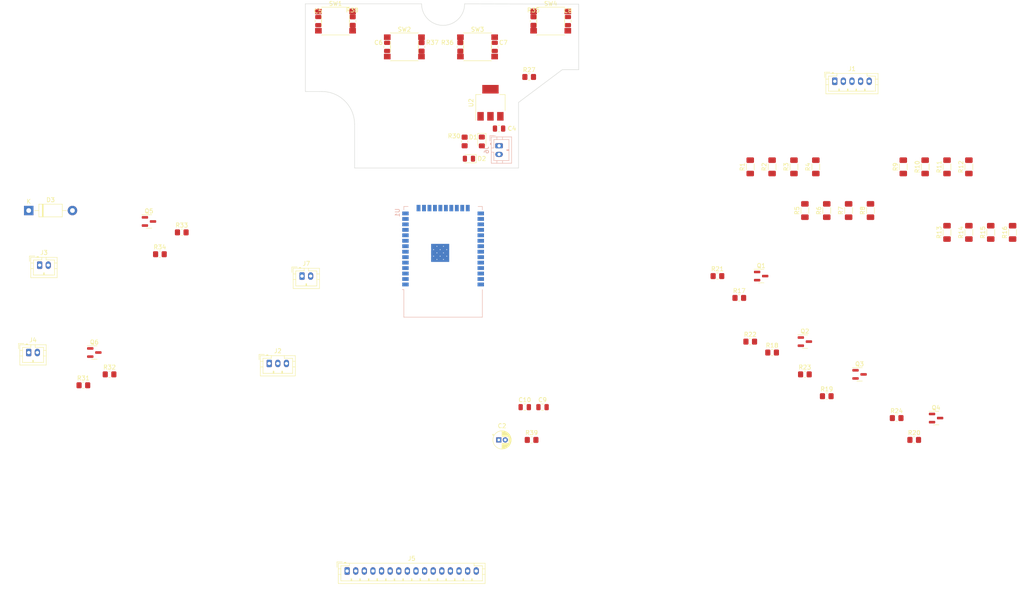
<source format=kicad_pcb>
(kicad_pcb (version 20211014) (generator pcbnew)
  (layers (0 "F.Cu" signal) (31 "B.Cu" signal) (34 "B.Paste" user) (35 "F.Paste" user) (36 "B.SilkS" user "B.Silkscreen") (37 "F.SilkS" user "F.Silkscreen") (38 "B.Mask" user) (39 "F.Mask" user) (44 "Edge.Cuts" user))
  (net 0 "")
  (net 1 "Net-(C2-Pad1)")
  (net 2 "GNDREF")
  (net 3 "Net-(C4-Pad1)")
  (net 4 "Net-(C5-Pad1)")
  (net 5 "+3.3V")
  (net 6 "Net-(C6-Pad1)")
  (net 7 "Net-(C7-Pad1)")
  (net 8 "Net-(C8-Pad1)")
  (net 9 "Net-(C10-Pad1)")
  (net 10 "Net-(D2-Pad2)")
  (net 11 "VCC")
  (net 12 "Net-(D3-Pad2)")
  (net 13 "Net-(J1-Pad2)")
  (net 14 "Net-(J1-Pad3)")
  (net 15 "Net-(J1-Pad4)")
  (net 16 "Net-(J1-Pad5)")
  (net 17 "Net-(J2-Pad2)")
  (net 18 "Net-(J2-Pad3)")
  (net 19 "Net-(J4-Pad2)")
  (net 20 "Net-(J5-Pad6)")
  (net 21 "Net-(J5-Pad7)")
  (net 22 "Net-(J5-Pad8)")
  (net 23 "Net-(J5-Pad9)")
  (net 24 "Net-(J5-Pad10)")
  (net 25 "Net-(J5-Pad11)")
  (net 26 "Net-(Q1-Pad1)")
  (net 27 "Net-(Q1-Pad2)")
  (net 28 "Net-(Q2-Pad1)")
  (net 29 "Net-(Q2-Pad2)")
  (net 30 "Net-(Q3-Pad1)")
  (net 31 "Net-(Q3-Pad2)")
  (net 32 "Net-(Q4-Pad1)")
  (net 33 "Net-(Q4-Pad2)")
  (net 34 "Net-(Q5-Pad1)")
  (net 35 "Net-(Q6-Pad1)")
  (net 36 "Net-(R27-Pad1)")
  (net 54 "Net-(U1-Pad25)")
  (net 58 "Net-(J1-Pad1)")
  (footprint "Capacitor_SMD:C_0805_2012Metric" (layer "F.Cu") (at 155 80)
    (fp_text reference "C4" (at 3 0) (layer "F.SilkS"))
    (fp_text value "22uF/10V(20%)")
    (pad "1" smd roundrect (at -0.95 0) (size 1 1.45) (layers "F.Cu" "F.Paste" "F.Mask") (net 3 "Net-(C4-Pad1)"))
    (pad "2" smd roundrect (at 0.95 0) (size 1 1.45) (layers "F.Cu" "F.Paste" "F.Mask") (net 2 "GNDREF"))
  )
  (footprint "Resistor_SMD:R_0805_2012Metric_Pad1.20x1.40mm_HandSolder" (layer "F.Cu") (at 210.82 119.38)
    (fp_text reference "R17" (at 0 -1.65) (layer "F.SilkS"))
    (fp_text value "1K")
    (pad "1" smd roundrect (at -1 0) (size 1.2 1.4) (layers "F.Cu" "F.Paste" "F.Mask") (roundrect_rratio 0.208333) (net 25 "Net-(J5-Pad11)"))
    (pad "2" smd roundrect (at 1 0) (size 1.2 1.4) (layers "F.Cu" "F.Paste" "F.Mask") (roundrect_rratio 0.208333) (net 26 "Net-(Q1-Pad1)"))
  )
  (footprint "Resistor_SMD:R_1206_3216Metric_Pad1.30x1.75mm_HandSolder" (layer "F.Cu") (at 264.16 88.9 90)
    (fp_text reference "R12" (at 0 -1.82 90) (layer "F.SilkS"))
    (fp_text value "40")
    (pad "1" smd roundrect (at -1.55 0 90) (size 1.3 1.75) (layers "F.Cu" "F.Paste" "F.Mask") (roundrect_rratio 0.192308) (net 15 "Net-(J1-Pad4)"))
    (pad "2" smd roundrect (at 1.55 0 90) (size 1.3 1.75) (layers "F.Cu" "F.Paste" "F.Mask") (roundrect_rratio 0.192308) (net 31 "Net-(Q3-Pad2)"))
  )
  (footprint "Resistor_SMD:R_0805_2012Metric_Pad1.20x1.40mm_HandSolder" (layer "F.Cu") (at 58.42 139.7)
    (fp_text reference "R31" (at 0 -1.65) (layer "F.SilkS"))
    (fp_text value "1K")
    (pad "1" smd roundrect (at -1 0) (size 1.2 1.4) (layers "F.Cu" "F.Paste" "F.Mask") (roundrect_rratio 0.208333) (net 35 "Net-(Q6-Pad1)"))
    (pad "2" smd roundrect (at 1 0) (size 1.2 1.4) (layers "F.Cu" "F.Paste" "F.Mask") (roundrect_rratio 0.208333) (net 20 "Net-(J5-Pad6)"))
  )
  (footprint "Resistor_SMD:R_0805_2012Metric_Pad1.20x1.40mm_HandSolder" (layer "F.Cu") (at 137 61 90)
    (fp_text reference "R37" (at 1.008384 2.510655 180) (layer "F.SilkS"))
    (fp_text value "10K")
    (pad "1" smd roundrect (at -1 0 90) (size 1.2 1.4) (layers "F.Cu" "F.Paste" "F.Mask") (roundrect_rratio 0.208333) (net 2 "GNDREF"))
    (pad "2" smd roundrect (at 1 0 90) (size 1.2 1.4) (layers "F.Cu" "F.Paste" "F.Mask") (roundrect_rratio 0.208333) (net 6 "Net-(C6-Pad1)"))
  )
  (footprint "Package_TO_SOT_SMD:SOT-23" (layer "F.Cu") (at 215.9 114.3)
    (fp_text reference "Q1" (at 0 -2.4) (layer "F.SilkS"))
    (fp_text value "IRLML0030")
    (pad "1" smd roundrect (at -0.9375 -0.95) (size 1.475 0.6) (layers "F.Cu" "F.Paste" "F.Mask") (net 26 "Net-(Q1-Pad1)"))
    (pad "2" smd roundrect (at -0.9375 0.95) (size 1.475 0.6) (layers "F.Cu" "F.Paste" "F.Mask") (net 27 "Net-(Q1-Pad2)"))
    (pad "3" smd roundrect (at 0.9375 0) (size 1.475 0.6) (layers "F.Cu" "F.Paste" "F.Mask") (net 2 "GNDREF"))
  )
  (footprint "Resistor_SMD:R_0805_2012Metric_Pad1.20x1.40mm_HandSolder" (layer "F.Cu") (at 231.14 142.24)
    (fp_text reference "R19" (at 0 -1.65) (layer "F.SilkS"))
    (fp_text value "1K")
    (pad "1" smd roundrect (at -1 0) (size 1.2 1.4) (layers "F.Cu" "F.Paste" "F.Mask") (roundrect_rratio 0.208333) (net 23 "Net-(J5-Pad9)"))
    (pad "2" smd roundrect (at 1 0) (size 1.2 1.4) (layers "F.Cu" "F.Paste" "F.Mask") (roundrect_rratio 0.208333) (net 30 "Net-(Q3-Pad1)"))
  )
  (footprint "Resistor_SMD:R_1206_3216Metric_Pad1.30x1.75mm_HandSolder" (layer "F.Cu") (at 269.24 104.14 90)
    (fp_text reference "R15" (at 0 -1.82 90) (layer "F.SilkS"))
    (fp_text value "40")
    (pad "1" smd roundrect (at -1.55 0 90) (size 1.3 1.75) (layers "F.Cu" "F.Paste" "F.Mask") (roundrect_rratio 0.192308) (net 16 "Net-(J1-Pad5)"))
    (pad "2" smd roundrect (at 1.55 0 90) (size 1.3 1.75) (layers "F.Cu" "F.Paste" "F.Mask") (roundrect_rratio 0.192308) (net 33 "Net-(Q4-Pad2)"))
  )
  (footprint "Resistor_SMD:R_0805_2012Metric_Pad1.20x1.40mm_HandSolder" (layer "F.Cu") (at 147 83 90)
    (fp_text reference "R30" (at 1.262462 -2.435593 180) (layer "F.SilkS"))
    (fp_text value "2K(5%)")
    (pad "1" smd roundrect (at -1 0 90) (size 1.2 1.4) (layers "F.Cu" "F.Paste" "F.Mask") (roundrect_rratio 0.208333) (net 10 "Net-(D2-Pad2)"))
    (pad "2" smd roundrect (at 1 0 90) (size 1.2 1.4) (layers "F.Cu" "F.Paste" "F.Mask") (roundrect_rratio 0.208333) (net 3 "Net-(C4-Pad1)"))
  )
  (footprint "Resistor_SMD:R_0805_2012Metric_Pad1.20x1.40mm_HandSolder" (layer "F.Cu") (at 162.56 152.4)
    (fp_text reference "R39" (at 0 -1.65) (layer "F.SilkS"))
    (fp_text value "10K")
    (pad "1" smd roundrect (at -1 0) (size 1.2 1.4) (layers "F.Cu" "F.Paste" "F.Mask") (roundrect_rratio 0.208333) (net 1 "Net-(C2-Pad1)"))
    (pad "2" smd roundrect (at 1 0) (size 1.2 1.4) (layers "F.Cu" "F.Paste" "F.Mask") (roundrect_rratio 0.208333) (net 9 "Net-(C10-Pad1)"))
  )
  (footprint "Resistor_SMD:R_0805_2012Metric_Pad1.20x1.40mm_HandSolder" (layer "F.Cu") (at 64.5 137.16)
    (fp_text reference "R32" (at 0 -1.65) (layer "F.SilkS"))
    (fp_text value "100K")
    (pad "1" smd roundrect (at -1 0) (size 1.2 1.4) (layers "F.Cu" "F.Paste" "F.Mask") (roundrect_rratio 0.208333) (net 2 "GNDREF"))
    (pad "2" smd roundrect (at 1 0) (size 1.2 1.4) (layers "F.Cu" "F.Paste" "F.Mask") (roundrect_rratio 0.208333) (net 20 "Net-(J5-Pad6)"))
  )
  (footprint "Capacitor_SMD:C_0805_2012Metric" (layer "F.Cu") (at 113 55 -90)
    (fp_text reference "C5" (at -2.30832 0.040636 180) (layer "F.SilkS"))
    (fp_text value "0.1uF")
    (pad "1" smd roundrect (at -0.95 0 270) (size 1 1.45) (layers "F.Cu" "F.Paste" "F.Mask") (net 4 "Net-(C5-Pad1)"))
    (pad "2" smd roundrect (at 0.95 0 270) (size 1 1.45) (layers "F.Cu" "F.Paste" "F.Mask") (net 5 "+3.3V"))
  )
  (footprint "Capacitor_SMD:C_0805_2012Metric" (layer "F.Cu") (at 154 61 -90)
    (fp_text reference "C7" (at -1 -2 180) (layer "F.SilkS"))
    (fp_text value "0.1uF")
    (pad "1" smd roundrect (at -0.95 0 270) (size 1 1.45) (layers "F.Cu" "F.Paste" "F.Mask") (net 7 "Net-(C7-Pad1)"))
    (pad "2" smd roundrect (at 0.95 0 270) (size 1 1.45) (layers "F.Cu" "F.Paste" "F.Mask") (net 5 "+3.3V"))
  )
  (footprint "Capacitor_SMD:C_0805_2012Metric" (layer "F.Cu") (at 165.1 144.78)
    (fp_text reference "C9" (at 0 -1.68) (layer "F.SilkS"))
    (fp_text value "10uF")
    (pad "1" smd roundrect (at -0.95 0) (size 1 1.45) (layers "F.Cu" "F.Paste" "F.Mask") (net 9 "Net-(C10-Pad1)"))
    (pad "2" smd roundrect (at 0.95 0) (size 1 1.45) (layers "F.Cu" "F.Paste" "F.Mask") (net 2 "GNDREF"))
  )
  (footprint "Package_TO_SOT_SMD:SOT-23" (layer "F.Cu") (at 238.76 137.16)
    (fp_text reference "Q3" (at 0 -2.4) (layer "F.SilkS"))
    (fp_text value "IRLML0030")
    (pad "1" smd roundrect (at -0.9375 -0.95) (size 1.475 0.6) (layers "F.Cu" "F.Paste" "F.Mask") (net 30 "Net-(Q3-Pad1)"))
    (pad "2" smd roundrect (at -0.9375 0.95) (size 1.475 0.6) (layers "F.Cu" "F.Paste" "F.Mask") (net 31 "Net-(Q3-Pad2)"))
    (pad "3" smd roundrect (at 0.9375 0) (size 1.475 0.6) (layers "F.Cu" "F.Paste" "F.Mask") (net 2 "GNDREF"))
  )
  (footprint "Resistor_SMD:R_1206_3216Metric_Pad1.30x1.75mm_HandSolder" (layer "F.Cu") (at 223.52 88.9 90)
    (fp_text reference "R3" (at 0 -1.82 90) (layer "F.SilkS"))
    (fp_text value "40")
    (pad "1" smd roundrect (at -1.55 0 90) (size 1.3 1.75) (layers "F.Cu" "F.Paste" "F.Mask") (roundrect_rratio 0.192308) (net 13 "Net-(J1-Pad2)"))
    (pad "2" smd roundrect (at 1.55 0 90) (size 1.3 1.75) (layers "F.Cu" "F.Paste" "F.Mask") (roundrect_rratio 0.192308) (net 27 "Net-(Q1-Pad2)"))
  )
  (footprint "Resistor_SMD:R_0805_2012Metric_Pad1.20x1.40mm_HandSolder" (layer "F.Cu") (at 163 55 90)
    (fp_text reference "R35" (at 2.527624 -0.019594 180) (layer "F.SilkS"))
    (fp_text value "10K")
    (pad "1" smd roundrect (at -1 0 90) (size 1.2 1.4) (layers "F.Cu" "F.Paste" "F.Mask") (roundrect_rratio 0.208333) (net 2 "GNDREF"))
    (pad "2" smd roundrect (at 1 0 90) (size 1.2 1.4) (layers "F.Cu" "F.Paste" "F.Mask") (roundrect_rratio 0.208333) (net 8 "Net-(C8-Pad1)"))
  )
  (footprint "Package_TO_SOT_SMD:SOT-23" (layer "F.Cu") (at 226.06 129.54)
    (fp_text reference "Q2" (at 0 -2.4) (layer "F.SilkS"))
    (fp_text value "IRLML0030")
    (pad "1" smd roundrect (at -0.9375 -0.95) (size 1.475 0.6) (layers "F.Cu" "F.Paste" "F.Mask") (net 28 "Net-(Q2-Pad1)"))
    (pad "2" smd roundrect (at -0.9375 0.95) (size 1.475 0.6) (layers "F.Cu" "F.Paste" "F.Mask") (net 29 "Net-(Q2-Pad2)"))
    (pad "3" smd roundrect (at 0.9375 0) (size 1.475 0.6) (layers "F.Cu" "F.Paste" "F.Mask") (net 2 "GNDREF"))
  )
  (footprint "Resistor_SMD:R_0805_2012Metric_Pad1.20x1.40mm_HandSolder" (layer "F.Cu") (at 121 55 90)
    (fp_text reference "R38" (at 2.527624 -0.136956 180) (layer "F.SilkS"))
    (fp_text value "10K")
    (pad "1" smd roundrect (at -1 0 90) (size 1.2 1.4) (layers "F.Cu" "F.Paste" "F.Mask") (roundrect_rratio 0.208333) (net 2 "GNDREF"))
    (pad "2" smd roundrect (at 1 0 90) (size 1.2 1.4) (layers "F.Cu" "F.Paste" "F.Mask") (roundrect_rratio 0.208333) (net 4 "Net-(C5-Pad1)"))
  )
  (footprint "Connector_JST:JST_PH_B2B-PH-K_1x02_P2.00mm_Vertical" (layer "F.Cu") (at 48.26 111.76)
    (fp_text reference "J3" (at 1 -2.9) (layer "F.SilkS"))
    (fp_text value "Motor Connector")
    (pad "1" thru_hole roundrect (at 0 0) (size 1.2 1.75) (drill 0.75) (layers *.Cu *.Mask) (roundrect_rratio 0.208333) (net 11 "VCC"))
    (pad "2" thru_hole oval (at 2 0) (size 1.2 1.75) (drill 0.75) (layers *.Cu *.Mask) (net 12 "Net-(D3-Pad2)"))
  )
  (footprint "Resistor_SMD:R_1206_3216Metric_Pad1.30x1.75mm_HandSolder" (layer "F.Cu") (at 254 88.9 90)
    (fp_text reference "R10" (at 0 -1.82 90) (layer "F.SilkS"))
    (fp_text value "40")
    (pad "1" smd roundrect (at -1.55 0 90) (size 1.3 1.75) (layers "F.Cu" "F.Paste" "F.Mask") (roundrect_rratio 0.192308) (net 15 "Net-(J1-Pad4)"))
    (pad "2" smd roundrect (at 1.55 0 90) (size 1.3 1.75) (layers "F.Cu" "F.Paste" "F.Mask") (roundrect_rratio 0.192308) (net 31 "Net-(Q3-Pad2)"))
  )
  (footprint "Button_Switch_SMD:SW_Push_1P1T_NO_6x6mm_H9.5mm" (layer "F.Cu") (at 150 61)
    (fp_text reference "SW3" (at 0 -4.05) (layer "F.SilkS"))
    (fp_text value "Brightness")
    (pad "1" smd rect (at 3.975 -2.25) (size 1.55 1.3) (layers "F.Cu" "F.Paste" "F.Mask") (net 7 "Net-(C7-Pad1)"))
    (pad "1" smd rect (at -3.975 -2.25) (size 1.55 1.3) (layers "F.Cu" "F.Paste" "F.Mask") (net 7 "Net-(C7-Pad1)"))
    (pad "2" smd rect (at -3.975 2.25) (size 1.55 1.3) (layers "F.Cu" "F.Paste" "F.Mask") (net 5 "+3.3V"))
    (pad "2" smd rect (at 3.975 2.25) (size 1.55 1.3) (layers "F.Cu" "F.Paste" "F.Mask") (net 5 "+3.3V"))
  )
  (footprint "Resistor_SMD:R_1206_3216Metric_Pad1.30x1.75mm_HandSolder" (layer "F.Cu") (at 218.44 88.9 90)
    (fp_text reference "R2" (at 0 -1.82 90) (layer "F.SilkS"))
    (fp_text value "40")
    (pad "1" smd roundrect (at -1.55 0 90) (size 1.3 1.75) (layers "F.Cu" "F.Paste" "F.Mask") (roundrect_rratio 0.192308) (net 13 "Net-(J1-Pad2)"))
    (pad "2" smd roundrect (at 1.55 0 90) (size 1.3 1.75) (layers "F.Cu" "F.Paste" "F.Mask") (roundrect_rratio 0.192308) (net 27 "Net-(Q1-Pad2)"))
  )
  (footprint "Resistor_SMD:R_1206_3216Metric_Pad1.30x1.75mm_HandSolder" (layer "F.Cu") (at 259.08 88.9 90)
    (fp_text reference "R11" (at 0 -1.82 90) (layer "F.SilkS"))
    (fp_text value "40")
    (pad "1" smd roundrect (at -1.55 0 90) (size 1.3 1.75) (layers "F.Cu" "F.Paste" "F.Mask") (roundrect_rratio 0.192308) (net 15 "Net-(J1-Pad4)"))
    (pad "2" smd roundrect (at 1.55 0 90) (size 1.3 1.75) (layers "F.Cu" "F.Paste" "F.Mask") (roundrect_rratio 0.192308) (net 31 "Net-(Q3-Pad2)"))
  )
  (footprint "Resistor_SMD:R_1206_3216Metric_Pad1.30x1.75mm_HandSolder" (layer "F.Cu") (at 226.06 99.06 90)
    (fp_text reference "R5" (at 0 -1.82 90) (layer "F.SilkS"))
    (fp_text value "40")
    (pad "1" smd roundrect (at -1.55 0 90) (size 1.3 1.75) (layers "F.Cu" "F.Paste" "F.Mask") (roundrect_rratio 0.192308) (net 14 "Net-(J1-Pad3)"))
    (pad "2" smd roundrect (at 1.55 0 90) (size 1.3 1.75) (layers "F.Cu" "F.Paste" "F.Mask") (roundrect_rratio 0.192308) (net 29 "Net-(Q2-Pad2)"))
  )
  (footprint "Connector_JST:JST_PH_B3B-PH-K_1x03_P2.00mm_Vertical" (layer "F.Cu") (at 101.6 134.62)
    (fp_text reference "J2" (at 2 -2.9) (layer "F.SilkS"))
    (fp_text value "USB to UART")
    (pad "1" thru_hole roundrect (at 0 0) (size 1.2 1.75) (drill 0.75) (layers *.Cu *.Mask) (roundrect_rratio 0.208333) (net 2 "GNDREF"))
    (pad "2" thru_hole oval (at 2 0) (size 1.2 1.75) (drill 0.75) (layers *.Cu *.Mask) (net 17 "Net-(J2-Pad2)"))
    (pad "3" thru_hole oval (at 4 0) (size 1.2 1.75) (drill 0.75) (layers *.Cu *.Mask) (net 18 "Net-(J2-Pad3)"))
  )
  (footprint "Resistor_SMD:R_0805_2012Metric_Pad1.20x1.40mm_HandSolder" (layer "F.Cu") (at 226.06 137.16)
    (fp_text reference "R23" (at 0 -1.65) (layer "F.SilkS"))
    (fp_text value "100K")
    (pad "1" smd roundrect (at -1 0) (size 1.2 1.4) (layers "F.Cu" "F.Paste" "F.Mask") (roundrect_rratio 0.208333) (net 2 "GNDREF"))
    (pad "2" smd roundrect (at 1 0) (size 1.2 1.4) (layers "F.Cu" "F.Paste" "F.Mask") (roundrect_rratio 0.208333) (net 23 "Net-(J5-Pad9)"))
  )
  (footprint "Connector_JST:JST_PH_B5B-PH-K_1x05_P2.00mm_Vertical" (layer "F.Cu") (at 233 69)
    (fp_text reference "J1" (at 4 -2.9) (layer "F.SilkS"))
    (fp_text value "LED RGBW Connector")
    (pad "1" thru_hole roundrect (at 0 0) (size 1.2 1.75) (drill 0.75) (layers *.Cu *.Mask) (roundrect_rratio 0.208333) (net 58 "Net-(J1-Pad1)"))
    (pad "2" thru_hole oval (at 2 0) (size 1.2 1.75) (drill 0.75) (layers *.Cu *.Mask) (net 13 "Net-(J1-Pad2)"))
    (pad "3" thru_hole oval (at 4 0) (size 1.2 1.75) (drill 0.75) (layers *.Cu *.Mask) (net 14 "Net-(J1-Pad3)"))
    (pad "4" thru_hole oval (at 6 0) (size 1.2 1.75) (drill 0.75) (layers *.Cu *.Mask) (net 15 "Net-(J1-Pad4)"))
    (pad "5" thru_hole oval (at 8 0) (size 1.2 1.75) (drill 0.75) (layers *.Cu *.Mask) (net 16 "Net-(J1-Pad5)"))
  )
  (footprint "Capacitor_SMD:C_0805_2012Metric" (layer "F.Cu") (at 160.97 144.78)
    (fp_text reference "C10" (at 0 -1.68) (layer "F.SilkS"))
    (fp_text value "0.1uF")
    (pad "1" smd roundrect (at -0.95 0) (size 1 1.45) (layers "F.Cu" "F.Paste" "F.Mask") (net 9 "Net-(C10-Pad1)"))
    (pad "2" smd roundrect (at 0.95 0) (size 1 1.45) (layers "F.Cu" "F.Paste" "F.Mask") (net 2 "GNDREF"))
  )
  (footprint "Resistor_SMD:R_1206_3216Metric_Pad1.30x1.75mm_HandSolder" (layer "F.Cu") (at 236.22 99.06 90)
    (fp_text reference "R7" (at 0 -1.82 90) (layer "F.SilkS"))
    (fp_text value "40")
    (pad "1" smd roundrect (at -1.55 0 90) (size 1.3 1.75) (layers "F.Cu" "F.Paste" "F.Mask") (roundrect_rratio 0.192308) (net 14 "Net-(J1-Pad3)"))
    (pad "2" smd roundrect (at 1.55 0 90) (size 1.3 1.75) (layers "F.Cu" "F.Paste" "F.Mask") (roundrect_rratio 0.192308) (net 29 "Net-(Q2-Pad2)"))
  )
  (footprint "Capacitor_SMD:C_0805_2012Metric" (layer "F.Cu") (at 129 61 -90)
    (fp_text reference "C6" (at -1 2 180) (layer "F.SilkS"))
    (fp_text value "0.1uF")
    (pad "1" smd roundrect (at -0.95 0 270) (size 1 1.45) (layers "F.Cu" "F.Paste" "F.Mask") (net 6 "Net-(C6-Pad1)"))
    (pad "2" smd roundrect (at 0.95 0 270) (size 1 1.45) (layers "F.Cu" "F.Paste" "F.Mask") (net 5 "+3.3V"))
  )
  (footprint "Resistor_SMD:R_0805_2012Metric_Pad1.20x1.40mm_HandSolder" (layer "F.Cu") (at 213.36 129.54)
    (fp_text reference "R22" (at 0 -1.65) (layer "F.SilkS"))
    (fp_text value "100K")
    (pad "1" smd roundrect (at -1 0) (size 1.2 1.4) (layers "F.Cu" "F.Paste" "F.Mask") (roundrect_rratio 0.208333) (net 2 "GNDREF"))
    (pad "2" smd roundrect (at 1 0) (size 1.2 1.4) (layers "F.Cu" "F.Paste" "F.Mask") (roundrect_rratio 0.208333) (net 24 "Net-(J5-Pad10)"))
  )
  (footprint "Resistor_SMD:R_0805_2012Metric_Pad1.20x1.40mm_HandSolder" (layer "F.Cu") (at 162 68)
    (fp_text reference "R27" (at 0 -1.65) (layer "F.SilkS"))
    (fp_text value "0")
    (pad "1" smd roundrect (at -1 0) (size 1.2 1.4) (layers "F.Cu" "F.Paste" "F.Mask") (roundrect_rratio 0.208333) (net 36 "Net-(R27-Pad1)"))
    (pad "2" smd roundrect (at 1 0) (size 1.2 1.4) (layers "F.Cu" "F.Paste" "F.Mask") (roundrect_rratio 0.208333) (net 9 "Net-(C10-Pad1)"))
  )
  (footprint "Button_Switch_SMD:SW_Push_1P1T_NO_6x6mm_H9.5mm" (layer "F.Cu") (at 167 55)
    (fp_text reference "SW4" (at 0 -4.05) (layer "F.SilkS"))
    (fp_text value "Motor")
    (pad "1" smd rect (at -3.975 -2.25) (size 1.55 1.3) (layers "F.Cu" "F.Paste" "F.Mask") (net 8 "Net-(C8-Pad1)"))
    (pad "1" smd rect (at 3.975 -2.25) (size 1.55 1.3) (layers "F.Cu" "F.Paste" "F.Mask") (net 8 "Net-(C8-Pad1)"))
    (pad "2" smd rect (at 3.975 2.25) (size 1.55 1.3) (layers "F.Cu" "F.Paste" "F.Mask") (net 5 "+3.3V"))
    (pad "2" smd rect (at -3.975 2.25) (size 1.55 1.3) (layers "F.Cu" "F.Paste" "F.Mask") (net 5 "+3.3V"))
  )
  (footprint "Diode_SMD:D_0805_2012Metric_Pad1.15x1.40mm_HandSolder" (layer "F.Cu") (at 151 83 -90)
    (fp_text reference "D1" (at -1 2 180) (layer "F.SilkS"))
    (fp_text value "RVP Diode")
    (pad "1" smd roundrect (at -1.025 0 270) (size 1.15 1.4) (layers "F.Cu" "F.Paste" "F.Mask") (roundrect_rratio 0.217391) (net 3 "Net-(C4-Pad1)"))
    (pad "2" smd roundrect (at 1.025 0 270) (size 1.15 1.4) (layers "F.Cu" "F.Paste" "F.Mask") (roundrect_rratio 0.217391) (net 58 "Net-(J1-Pad1)"))
  )
  (footprint "Resistor_SMD:R_0805_2012Metric_Pad1.20x1.40mm_HandSolder" (layer "F.Cu") (at 251.46 152.4)
    (fp_text reference "R20" (at 0 -1.65) (layer "F.SilkS"))
    (fp_text value "1K")
    (pad "1" smd roundrect (at -1 0) (size 1.2 1.4) (layers "F.Cu" "F.Paste" "F.Mask") (roundrect_rratio 0.208333) (net 22 "Net-(J5-Pad8)"))
    (pad "2" smd roundrect (at 1 0) (size 1.2 1.4) (layers "F.Cu" "F.Paste" "F.Mask") (roundrect_rratio 0.208333) (net 32 "Net-(Q4-Pad1)"))
  )
  (footprint "Resistor_SMD:R_1206_3216Metric_Pad1.30x1.75mm_HandSolder" (layer "F.Cu") (at 274.32 104.14 90)
    (fp_text reference "R16" (at 0 -1.82 90) (layer "F.SilkS"))
    (fp_text value "40")
    (pad "1" smd roundrect (at -1.55 0 90) (size 1.3 1.75) (layers "F.Cu" "F.Paste" "F.Mask") (roundrect_rratio 0.192308) (net 16 "Net-(J1-Pad5)"))
    (pad "2" smd roundrect (at 1.55 0 90) (size 1.3 1.75) (layers "F.Cu" "F.Paste" "F.Mask") (roundrect_rratio 0.192308) (net 33 "Net-(Q4-Pad2)"))
  )
  (footprint "Package_TO_SOT_SMD:SOT-23" (layer "F.Cu") (at 256.54 147.32)
    (fp_text reference "Q4" (at 0 -2.4) (layer "F.SilkS"))
    (fp_text value "IRLML0030")
    (pad "1" smd roundrect (at -0.9375 -0.95) (size 1.475 0.6) (layers "F.Cu" "F.Paste" "F.Mask") (net 32 "Net-(Q4-Pad1)"))
    (pad "2" smd roundrect (at -0.9375 0.95) (size 1.475 0.6) (layers "F.Cu" "F.Paste" "F.Mask") (net 33 "Net-(Q4-Pad2)"))
    (pad "3" smd roundrect (at 0.9375 0) (size 1.475 0.6) (layers "F.Cu" "F.Paste" "F.Mask") (net 2 "GNDREF"))
  )
  (footprint "Diode_THT:D_DO-41_SOD81_P10.16mm_Horizontal" (layer "F.Cu") (at 45.72 99.06)
    (fp_text reference "D3" (at 5.08 -2.47) (layer "F.SilkS"))
    (fp_text value "1N5817")
    (fp_text user "K" (at 0 -2.1) (layer "F.SilkS"))
    (pad "1" thru_hole rect (at 0 0) (size 2.2 2.2) (drill 1.1) (layers *.Cu *.Mask) (net 11 "VCC"))
    (pad "2" thru_hole oval (at 10.16 0) (size 2.2 2.2) (drill 1.1) (layers *.Cu *.Mask) (net 12 "Net-(D3-Pad2)"))
  )
  (footprint "Connector_JST:JST_PH_B2B-PH-K_1x02_P2.00mm_Vertical" (layer "F.Cu") (at 45.72 132.08)
    (fp_text reference "J4" (at 1 -2.9) (layer "F.SilkS"))
    (fp_text value "Projector Connector")
    (pad "1" thru_hole roundrect (at 0 0) (size 1.2 1.75) (drill 0.75) (layers *.Cu *.Mask) (roundrect_rratio 0.208333) (net 5 "+3.3V"))
    (pad "2" thru_hole oval (at 2 0) (size 1.2 1.75) (drill 0.75) (layers *.Cu *.Mask) (net 19 "Net-(J4-Pad2)"))
  )
  (footprint "Resistor_SMD:R_0805_2012Metric_Pad1.20x1.40mm_HandSolder" (layer "F.Cu") (at 218.44 132.08)
    (fp_text reference "R18" (at 0 -1.65) (layer "F.SilkS"))
    (fp_text value "1K")
    (pad "1" smd roundrect (at -1 0) (size 1.2 1.4) (layers "F.Cu" "F.Paste" "F.Mask") (roundrect_rratio 0.208333) (net 24 "Net-(J5-Pad10)"))
    (pad "2" smd roundrect (at 1 0) (size 1.2 1.4) (layers "F.Cu" "F.Paste" "F.Mask") (roundrect_rratio 0.208333) (net 28 "Net-(Q2-Pad1)"))
  )
  (footprint "Connector_JST:JST_PH_B2B-PH-K_1x02_P2.00mm_Vertical" (layer "F.Cu") (at 109.22 114.3)
    (fp_text reference "J7" (at 1 -2.9) (layer "F.SilkS"))
    (fp_text value "Boot mode")
    (pad "1" thru_hole roundrect (at 0 0) (size 1.2 1.75) (drill 0.75) (layers *.Cu *.Mask) (roundrect_rratio 0.208333) (net 54 "Net-(U1-Pad25)"))
    (pad "2" thru_hole oval (at 2 0) (size 1.2 1.75) (drill 0.75) (layers *.Cu *.Mask) (net 2 "GNDREF"))
  )
  (footprint "Package_TO_SOT_SMD:SOT-23" (layer "F.Cu") (at 73.66 101.6)
    (fp_text reference "Q5" (at 0 -2.4) (layer "F.SilkS"))
    (fp_text value "IRLML0030")
    (pad "1" smd roundrect (at -0.9375 -0.95) (size 1.475 0.6) (layers "F.Cu" "F.Paste" "F.Mask") (net 34 "Net-(Q5-Pad1)"))
    (pad "2" smd roundrect (at -0.9375 0.95) (size 1.475 0.6) (layers "F.Cu" "F.Paste" "F.Mask") (net 12 "Net-(D3-Pad2)"))
    (pad "3" smd roundrect (at 0.9375 0) (size 1.475 0.6) (layers "F.Cu" "F.Paste" "F.Mask") (net 2 "GNDREF"))
  )
  (footprint "Resistor_SMD:R_1206_3216Metric_Pad1.30x1.75mm_HandSolder" (layer "F.Cu") (at 241.3 99.06 90)
    (fp_text reference "R8" (at 0 -1.82 90) (layer "F.SilkS"))
    (fp_text value "40")
    (pad "1" smd roundrect (at -1.55 0 90) (size 1.3 1.75) (layers "F.Cu" "F.Paste" "F.Mask") (roundrect_rratio 0.192308) (net 14 "Net-(J1-Pad3)"))
    (pad "2" smd roundrect (at 1.55 0 90) (size 1.3 1.75) (layers "F.Cu" "F.Paste" "F.Mask") (roundrect_rratio 0.192308) (net 29 "Net-(Q2-Pad2)"))
  )
  (footprint "Button_Switch_SMD:SW_Push_1P1T_NO_6x6mm_H9.5mm" (layer "F.Cu") (at 117 55)
    (fp_text reference "SW1" (at 0 -4.05) (layer "F.SilkS"))
    (fp_text value "On/Off")
    (pad "1" smd rect (at 3.975 -2.25) (size 1.55 1.3) (layers "F.Cu" "F.Paste" "F.Mask") (net 4 "Net-(C5-Pad1)"))
    (pad "1" smd rect (at -3.975 -2.25) (size 1.55 1.3) (layers "F.Cu" "F.Paste" "F.Mask") (net 4 "Net-(C5-Pad1)"))
    (pad "2" smd rect (at 3.975 2.25) (size 1.55 1.3) (layers "F.Cu" "F.Paste" "F.Mask") (net 5 "+3.3V"))
    (pad "2" smd rect (at -3.975 2.25) (size 1.55 1.3) (layers "F.Cu" "F.Paste" "F.Mask") (net 5 "+3.3V"))
  )
  (footprint "Resistor_SMD:R_1206_3216Metric_Pad1.30x1.75mm_HandSolder" (layer "F.Cu") (at 231.14 99.06 90)
    (fp_text reference "R6" (at 0 -1.82 90) (layer "F.SilkS"))
    (fp_text value "40")
    (pad "1" smd roundrect (at -1.55 0 90) (size 1.3 1.75) (layers "F.Cu" "F.Paste" "F.Mask") (roundrect_rratio 0.192308) (net 14 "Net-(J1-Pad3)"))
    (pad "2" smd roundrect (at 1.55 0 90) (size 1.3 1.75) (layers "F.Cu" "F.Paste" "F.Mask") (roundrect_rratio 0.192308) (net 29 "Net-(Q2-Pad2)"))
  )
  (footprint "Resistor_SMD:R_1206_3216Metric_Pad1.30x1.75mm_HandSolder" (layer "F.Cu") (at 264.16 104.14 90)
    (fp_text reference "R14" (at 0 -1.82 90) (layer "F.SilkS"))
    (fp_text value "40")
    (pad "1" smd roundrect (at -1.55 0 90) (size 1.3 1.75) (layers "F.Cu" "F.Paste" "F.Mask") (roundrect_rratio 0.192308) (net 16 "Net-(J1-Pad5)"))
    (pad "2" smd roundrect (at 1.55 0 90) (size 1.3 1.75) (layers "F.Cu" "F.Paste" "F.Mask") (roundrect_rratio 0.192308) (net 33 "Net-(Q4-Pad2)"))
  )
  (footprint "Resistor_SMD:R_0805_2012Metric_Pad1.20x1.40mm_HandSolder" (layer "F.Cu") (at 247.38 147.32)
    (fp_text reference "R24" (at 0 -1.65) (layer "F.SilkS"))
    (fp_text value "100K")
    (pad "1" smd roundrect (at -1 0) (size 1.2 1.4) (layers "F.Cu" "F.Paste" "F.Mask") (roundrect_rratio 0.208333) (net 2 "GNDREF"))
    (pad "2" smd roundrect (at 1 0) (size 1.2 1.4) (layers "F.Cu" "F.Paste" "F.Mask") (roundrect_rratio 0.208333) (net 22 "Net-(J5-Pad8)"))
  )
  (footprint "Resistor_SMD:R_0805_2012Metric_Pad1.20x1.40mm_HandSolder" (layer "F.Cu") (at 146 61 90)
    (fp_text reference "R36" (at 1 -3 180) (layer "F.SilkS"))
    (fp_text value "10K")
    (pad "1" smd roundrect (at -1 0 90) (size 1.2 1.4) (layers "F.Cu" "F.Paste" "F.Mask") (roundrect_rratio 0.208333) (net 2 "GNDREF"))
    (pad "2" smd roundrect (at 1 0 90) (size 1.2 1.4) (layers "F.Cu" "F.Paste" "F.Mask") (roundrect_rratio 0.208333) (net 7 "Net-(C7-Pad1)"))
  )
  (footprint "Resistor_SMD:R_0805_2012Metric_Pad1.20x1.40mm_HandSolder" (layer "F.Cu") (at 81.28 104.14)
    (fp_text reference "R33" (at 0 -1.65) (layer "F.SilkS"))
    (fp_text value "1K")
    (pad "1" smd roundrect (at -1 0) (size 1.2 1.4) (layers "F.Cu" "F.Paste" "F.Mask") (roundrect_rratio 0.208333) (net 34 "Net-(Q5-Pad1)"))
    (pad "2" smd roundrect (at 1 0) (size 1.2 1.4) (layers "F.Cu" "F.Paste" "F.Mask") (roundrect_rratio 0.208333) (net 21 "Net-(J5-Pad7)"))
  )
  (footprint "Resistor_SMD:R_0805_2012Metric_Pad1.20x1.40mm_HandSolder" (layer "F.Cu") (at 205.74 114.3)
    (fp_text reference "R21" (at 0 -1.65) (layer "F.SilkS"))
    (fp_text value "100K")
    (pad "1" smd roundrect (at -1 0) (size 1.2 1.4) (layers "F.Cu" "F.Paste" "F.Mask") (roundrect_rratio 0.208333) (net 2 "GNDREF"))
    (pad "2" smd roundrect (at 1 0) (size 1.2 1.4) (layers "F.Cu" "F.Paste" "F.Mask") (roundrect_rratio 0.208333) (net 25 "Net-(J5-Pad11)"))
  )
  (footprint "Resistor_SMD:R_1206_3216Metric_Pad1.30x1.75mm_HandSolder" (layer "F.Cu") (at 248.92 88.9 90)
    (fp_text reference "R9" (at 0 -1.82 90) (layer "F.SilkS"))
    (fp_text value "40")
    (pad "1" smd roundrect (at -1.55 0 90) (size 1.3 1.75) (layers "F.Cu" "F.Paste" "F.Mask") (roundrect_rratio 0.192308) (net 15 "Net-(J1-Pad4)"))
    (pad "2" smd roundrect (at 1.55 0 90) (size 1.3 1.75) (layers "F.Cu" "F.Paste" "F.Mask") (roundrect_rratio 0.192308) (net 31 "Net-(Q3-Pad2)"))
  )
  (footprint "Resistor_SMD:R_1206_3216Metric_Pad1.30x1.75mm_HandSolder" (layer "F.Cu") (at 213.36 88.9 90)
    (fp_text reference "R1" (at 0 -1.82 90) (layer "F.SilkS"))
    (fp_text value "40")
    (pad "1" smd roundrect (at -1.55 0 90) (size 1.3 1.75) (layers "F.Cu" "F.Paste" "F.Mask") (roundrect_rratio 0.192308) (net 13 "Net-(J1-Pad2)"))
    (pad "2" smd roundrect (at 1.55 0 90) (size 1.3 1.75) (layers "F.Cu" "F.Paste" "F.Mask") (roundrect_rratio 0.192308) (net 27 "Net-(Q1-Pad2)"))
  )
  (footprint "Package_TO_SOT_SMD:SOT-23" (layer "F.Cu") (at 60.96 132.08)
    (fp_text reference "Q6" (at 0 -2.4) (layer "F.SilkS"))
    (fp_text value "IRLML0030")
    (pad "1" smd roundrect (at -0.9375 -0.95) (size 1.475 0.6) (layers "F.Cu" "F.Paste" "F.Mask") (net 35 "Net-(Q6-Pad1)"))
    (pad "2" smd roundrect (at -0.9375 0.95) (size 1.475 0.6) (layers "F.Cu" "F.Paste" "F.Mask") (net 19 "Net-(J4-Pad2)"))
    (pad "3" smd roundrect (at 0.9375 0) (size 1.475 0.6) (layers "F.Cu" "F.Paste" "F.Mask") (net 2 "GNDREF"))
  )
  (footprint "Package_TO_SOT_SMD:SOT-223-3_TabPin2" (layer "F.Cu") (at 153 74 90)
    (fp_text reference "U2" (at 0 -4.5 90) (layer "F.SilkS"))
    (fp_text value "AMS1117-3.3")
    (pad "1" smd rect (at -3.15 -2.3 90) (size 2 1.5) (layers "F.Cu" "F.Paste" "F.Mask") (net 2 "GNDREF"))
    (pad "2" smd rect (at 3.15 0 90) (size 2 3.8) (layers "F.Cu" "F.Paste" "F.Mask") (net 36 "Net-(R27-Pad1)"))
    (pad "2" smd rect (at -3.15 0 90) (size 2 1.5) (layers "F.Cu" "F.Paste" "F.Mask") (net 36 "Net-(R27-Pad1)"))
    (pad "3" smd rect (at -3.15 2.3 90) (size 2 1.5) (layers "F.Cu" "F.Paste" "F.Mask") (net 3 "Net-(C4-Pad1)"))
  )
  (footprint "Connector_JST:JST_PH_B16B-PH-K_1x16_P2.00mm_Vertical" (layer "F.Cu") (at 119.7 182.88)
    (fp_text reference "J5" (at 15 -2.9) (layer "F.SilkS"))
    (fp_text value "Debug Header")
    (pad "1" thru_hole roundrect (at 0 0) (size 1.2 1.75) (drill 0.75) (layers *.Cu *.Mask) (roundrect_rratio 0.208333) (net 9 "Net-(C10-Pad1)"))
    (pad "2" thru_hole oval (at 2 0) (size 1.2 1.75) (drill 0.75) (layers *.Cu *.Mask) (net 8 "Net-(C8-Pad1)"))
    (pad "3" thru_hole oval (at 4 0) (size 1.2 1.75) (drill 0.75) (layers *.Cu *.Mask) (net 7 "Net-(C7-Pad1)"))
    (pad "4" thru_hole oval (at 6 0) (size 1.2 1.75) (drill 0.75) (layers *.Cu *.Mask) (net 6 "Net-(C6-Pad1)"))
    (pad "5" thru_hole oval (at 8 0) (size 1.2 1.75) (drill 0.75) (layers *.Cu *.Mask) (net 4 "Net-(C5-Pad1)"))
    (pad "6" thru_hole oval (at 10 0) (size 1.2 1.75) (drill 0.75) (layers *.Cu *.Mask) (net 20 "Net-(J5-Pad6)"))
    (pad "7" thru_hole oval (at 12 0) (size 1.2 1.75) (drill 0.75) (layers *.Cu *.Mask) (net 21 "Net-(J5-Pad7)"))
    (pad "8" thru_hole oval (at 14 0) (size 1.2 1.75) (drill 0.75) (layers *.Cu *.Mask) (net 22 "Net-(J5-Pad8)"))
    (pad "9" thru_hole oval (at 16 0) (size 1.2 1.75) (drill 0.75) (layers *.Cu *.Mask) (net 23 "Net-(J5-Pad9)"))
    (pad "10" thru_hole oval (at 18 0) (size 1.2 1.75) (drill 0.75) (layers *.Cu *.Mask) (net 24 "Net-(J5-Pad10)"))
    (pad "11" thru_hole oval (at 20 0) (size 1.2 1.75) (drill 0.75) (layers *.Cu *.Mask) (net 25 "Net-(J5-Pad11)"))
    (pad "12" thru_hole oval (at 22 0) (size 1.2 1.75) (drill 0.75) (layers *.Cu *.Mask) (net 16 "Net-(J1-Pad5)"))
    (pad "13" thru_hole oval (at 24 0) (size 1.2 1.75) (drill 0.75) (layers *.Cu *.Mask) (net 15 "Net-(J1-Pad4)"))
    (pad "14" thru_hole oval (at 26 0) (size 1.2 1.75) (drill 0.75) (layers *.Cu *.Mask) (net 14 "Net-(J1-Pad3)"))
    (pad "15" thru_hole oval (at 28 0) (size 1.2 1.75) (drill 0.75) (layers *.Cu *.Mask) (net 13 "Net-(J1-Pad2)"))
    (pad "16" thru_hole oval (at 30 0) (size 1.2 1.75) (drill 0.75) (layers *.Cu *.Mask) (net 2 "GNDREF"))
  )
  (footprint "Resistor_SMD:R_1206_3216Metric_Pad1.30x1.75mm_HandSolder" (layer "F.Cu") (at 259.08 104.14 90)
    (fp_text reference "R13" (at 0 -1.82 90) (layer "F.SilkS"))
    (fp_text value "40")
    (pad "1" smd roundrect (at -1.55 0 90) (size 1.3 1.75) (layers "F.Cu" "F.Paste" "F.Mask") (roundrect_rratio 0.192308) (net 16 "Net-(J1-Pad5)"))
    (pad "2" smd roundrect (at 1.55 0 90) (size 1.3 1.75) (layers "F.Cu" "F.Paste" "F.Mask") (roundrect_rratio 0.192308) (net 33 "Net-(Q4-Pad2)"))
  )
  (footprint "Button_Switch_SMD:SW_Push_1P1T_NO_6x6mm_H9.5mm" (layer "F.Cu") (at 133 61)
    (fp_text reference "SW2" (at 0 -4.05) (layer "F.SilkS"))
    (fp_text value "Colour")
    (pad "1" smd rect (at -3.975 -2.25) (size 1.55 1.3) (layers "F.Cu" "F.Paste" "F.Mask") (net 6 "Net-(C6-Pad1)"))
    (pad "1" smd rect (at 3.975 -2.25) (size 1.55 1.3) (layers "F.Cu" "F.Paste" "F.Mask") (net 6 "Net-(C6-Pad1)"))
    (pad "2" smd rect (at 3.975 2.25) (size 1.55 1.3) (layers "F.Cu" "F.Paste" "F.Mask") (net 5 "+3.3V"))
    (pad "2" smd rect (at -3.975 2.25) (size 1.55 1.3) (layers "F.Cu" "F.Paste" "F.Mask") (net 5 "+3.3V"))
  )
  (footprint "Resistor_SMD:R_1206_3216Metric_Pad1.30x1.75mm_HandSolder" (layer "F.Cu") (at 228.6 88.9 90)
    (fp_text reference "R4" (at 0 -1.82 90) (layer "F.SilkS"))
    (fp_text value "40")
    (pad "1" smd roundrect (at -1.55 0 90) (size 1.3 1.75) (layers "F.Cu" "F.Paste" "F.Mask") (roundrect_rratio 0.192308) (net 13 "Net-(J1-Pad2)"))
    (pad "2" smd roundrect (at 1.55 0 90) (size 1.3 1.75) (layers "F.Cu" "F.Paste" "F.Mask") (roundrect_rratio 0.192308) (net 27 "Net-(Q1-Pad2)"))
  )
  (footprint "Capacitor_SMD:C_0805_2012Metric" (layer "F.Cu") (at 171 55 -90)
    (fp_text reference "C8" (at -2.392385 0.011178 180) (layer "F.SilkS"))
    (fp_text value "0.1uF")
    (pad "1" smd roundrect (at -0.95 0 270) (size 1 1.45) (layers "F.Cu" "F.Paste" "F.Mask") (net 8 "Net-(C8-Pad1)"))
    (pad "2" smd roundrect (at 0.95 0 270) (size 1 1.45) (layers "F.Cu" "F.Paste" "F.Mask") (net 5 "+3.3V"))
  )
  (footprint "Capacitor_THT:CP_Radial_D4.0mm_P1.50mm" (layer "F.Cu") (at 154.94 152.4)
    (fp_text reference "C2" (at 0.75 -3.25) (layer "F.SilkS"))
    (fp_text value "1uF")
    (pad "1" thru_hole rect (at 0 0) (size 1.2 1.2) (drill 0.6) (layers *.Cu *.Mask) (net 1 "Net-(C2-Pad1)"))
    (pad "2" thru_hole circle (at 1.5 0) (size 1.2 1.2) (drill 0.6) (layers *.Cu *.Mask) (net 2 "GNDREF"))
  )
  (footprint "Resistor_SMD:R_0805_2012Metric_Pad1.20x1.40mm_HandSolder" (layer "F.Cu") (at 76.2 109.22)
    (fp_text reference "R34" (at 0 -1.65) (layer "F.SilkS"))
    (fp_text value "100K")
    (pad "1" smd roundrect (at -1 0) (size 1.2 1.4) (layers "F.Cu" "F.Paste" "F.Mask") (roundrect_rratio 0.208333) (net 2 "GNDREF"))
    (pad "2" smd roundrect (at 1 0) (size 1.2 1.4) (layers "F.Cu" "F.Paste" "F.Mask") (roundrect_rratio 0.208333) (net 21 "Net-(J5-Pad7)"))
  )
  (footprint "LED_SMD:LED_0805_2012Metric" (layer "F.Cu") (at 148 87 180)
    (fp_text reference "D2" (at -3 0) (layer "F.SilkS"))
    (fp_text value "LED")
    (pad "1" smd roundrect (at -0.9375 0 180) (size 0.975 1.4) (layers "F.Cu" "F.Paste" "F.Mask") (net 2 "GNDREF"))
    (pad "2" smd roundrect (at 0.9375 0 180) (size 0.975 1.4) (layers "F.Cu" "F.Paste" "F.Mask") (net 10 "Net-(D2-Pad2)"))
  )
  (footprint "Connector_JST:JST_PH_B2B-PH-K_1x02_P2.00mm_Vertical" (layer "B.Cu") (at 155 84 -90)
    (fp_text reference "J6" (at 1 2.9 90) (layer "B.SilkS") (effects (justify mirror)))
    (fp_text value "Power Header")
    (pad "1" thru_hole roundrect (at 0 0 270) (size 1.2 1.75) (drill 0.75) (layers *.Cu *.Mask) (roundrect_rratio 0.208333) (net 58 "Net-(J1-Pad1)"))
    (pad "2" thru_hole oval (at 2 0 270) (size 1.2 1.75) (drill 0.75) (layers *.Cu *.Mask) (net 2 "GNDREF"))
  )
  (footprint "RF_Module:ESP32-WROOM-32" (layer "B.Cu") (at 142 108)
    (fp_text reference "U1" (at -10.61 -8.43 90) (layer "B.SilkS") (effects (justify mirror)))
    (fp_text value "ESP32-WROOM-32")
    (pad "1" smd rect (at -8.75 8.25) (size 1.5 0.9) (layers "B.Cu" "B.Paste" "B.Mask") (net 2 "GNDREF"))
    (pad "2" smd rect (at -8.75 6.98) (size 1.5 0.9) (layers "B.Cu" "B.Paste" "B.Mask") (net 9 "Net-(C10-Pad1)"))
    (pad "3" smd rect (at -8.75 5.71) (size 1.5 0.9) (layers "B.Cu" "B.Paste" "B.Mask") (net 1 "Net-(C2-Pad1)"))
    (pad "4" smd rect (at -8.75 4.44) (size 1.5 0.9) (layers "B.Cu" "B.Paste" "B.Mask"))
    (pad "5" smd rect (at -8.75 3.17) (size 1.5 0.9) (layers "B.Cu" "B.Paste" "B.Mask"))
    (pad "6" smd rect (at -8.75 1.9) (size 1.5 0.9) (layers "B.Cu" "B.Paste" "B.Mask"))
    (pad "7" smd rect (at -8.75 0.63) (size 1.5 0.9) (layers "B.Cu" "B.Paste" "B.Mask"))
    (pad "8" smd rect (at -8.75 -0.64) (size 1.5 0.9) (layers "B.Cu" "B.Paste" "B.Mask"))
    (pad "9" smd rect (at -8.75 -1.91) (size 1.5 0.9) (layers "B.Cu" "B.Paste" "B.Mask"))
    (pad "10" smd rect (at -8.75 -3.18) (size 1.5 0.9) (layers "B.Cu" "B.Paste" "B.Mask") (net 6 "Net-(C6-Pad1)"))
    (pad "11" smd rect (at -8.75 -4.45) (size 1.5 0.9) (layers "B.Cu" "B.Paste" "B.Mask") (net 7 "Net-(C7-Pad1)"))
    (pad "12" smd rect (at -8.75 -5.72) (size 1.5 0.9) (layers "B.Cu" "B.Paste" "B.Mask") (net 8 "Net-(C8-Pad1)"))
    (pad "13" smd rect (at -8.75 -6.99) (size 1.5 0.9) (layers "B.Cu" "B.Paste" "B.Mask"))
    (pad "14" smd rect (at -8.75 -8.26) (size 1.5 0.9) (layers "B.Cu" "B.Paste" "B.Mask"))
    (pad "15" smd rect (at -5.71 -9.51 270) (size 1.5 0.9) (layers "B.Cu" "B.Paste" "B.Mask") (net 2 "GNDREF"))
    (pad "16" smd rect (at -4.44 -9.51 270) (size 1.5 0.9) (layers "B.Cu" "B.Paste" "B.Mask"))
    (pad "17" smd rect (at -3.17 -9.51 270) (size 1.5 0.9) (layers "B.Cu" "B.Paste" "B.Mask"))
    (pad "18" smd rect (at -1.9 -9.51 270) (size 1.5 0.9) (layers "B.Cu" "B.Paste" "B.Mask"))
    (pad "19" smd rect (at -0.63 -9.51 270) (size 1.5 0.9) (layers "B.Cu" "B.Paste" "B.Mask"))
    (pad "20" smd rect (at 0.64 -9.51 270) (size 1.5 0.9) (layers "B.Cu" "B.Paste" "B.Mask"))
    (pad "21" smd rect (at 1.91 -9.51 270) (size 1.5 0.9) (layers "B.Cu" "B.Paste" "B.Mask"))
    (pad "22" smd rect (at 3.18 -9.51 270) (size 1.5 0.9) (layers "B.Cu" "B.Paste" "B.Mask"))
    (pad "23" smd rect (at 4.45 -9.51 270) (size 1.5 0.9) (layers "B.Cu" "B.Paste" "B.Mask"))
    (pad "24" smd rect (at 5.72 -9.51 270) (size 1.5 0.9) (layers "B.Cu" "B.Paste" "B.Mask"))
    (pad "25" smd rect (at 8.75 -8.26) (size 1.5 0.9) (layers "B.Cu" "B.Paste" "B.Mask") (net 54 "Net-(U1-Pad25)"))
    (pad "26" smd rect (at 8.75 -6.99) (size 1.5 0.9) (layers "B.Cu" "B.Paste" "B.Mask"))
    (pad "27" smd rect (at 8.75 -5.72) (size 1.5 0.9) (layers "B.Cu" "B.Paste" "B.Mask") (net 25 "Net-(J5-Pad11)"))
    (pad "28" smd rect (at 8.75 -4.45) (size 1.5 0.9) (layers "B.Cu" "B.Paste" "B.Mask") (net 24 "Net-(J5-Pad10)"))
    (pad "29" smd rect (at 8.75 -3.18) (size 1.5 0.9) (layers "B.Cu" "B.Paste" "B.Mask"))
    (pad "30" smd rect (at 8.75 -1.91) (size 1.5 0.9) (layers "B.Cu" "B.Paste" "B.Mask") (net 23 "Net-(J5-Pad9)"))
    (pad "31" smd rect (at 8.75 -0.64) (size 1.5 0.9) (layers "B.Cu" "B.Paste" "B.Mask") (net 22 "Net-(J5-Pad8)"))
    (pad "32" smd rect (at 8.75 0.63) (size 1.5 0.9) (layers "B.Cu" "B.Paste" "B.Mask"))
    (pad "33" smd rect (at 8.75 1.9) (size 1.5 0.9) (layers "B.Cu" "B.Paste" "B.Mask") (net 21 "Net-(J5-Pad7)"))
    (pad "34" smd rect (at 8.75 3.17) (size 1.5 0.9) (layers "B.Cu" "B.Paste" "B.Mask") (net 17 "Net-(J2-Pad2)"))
    (pad "35" smd rect (at 8.75 4.44) (size 1.5 0.9) (layers "B.Cu" "B.Paste" "B.Mask") (net 18 "Net-(J2-Pad3)"))
    (pad "36" smd rect (at 8.75 5.71) (size 1.5 0.9) (layers "B.Cu" "B.Paste" "B.Mask") (net 20 "Net-(J5-Pad6)"))
    (pad "37" smd rect (at 8.75 6.98) (size 1.5 0.9) (layers "B.Cu" "B.Paste" "B.Mask") (net 4 "Net-(C5-Pad1)"))
    (pad "38" smd rect (at 8.75 8.25) (size 1.5 0.9) (layers "B.Cu" "B.Paste" "B.Mask") (net 2 "GNDREF"))
    (pad "39" thru_hole circle (at 0.0825 -0.615) (size 0.475 0.475) (drill 0.2) (layers *.Cu "B.Mask") (net 2 "GNDREF"))
    (pad "39" smd rect (at -2.205 0.91) (size 1.05 1.05) (layers "B.Cu" "B.Paste") (net 2 "GNDREF"))
    (pad "39" thru_hole circle (at 0.845 0.1475) (size 0.475 0.475) (drill 0.2) (layers *.Cu "B.Mask") (net 2 "GNDREF"))
    (pad "39" thru_hole circle (at 0.0825 2.435) (size 0.475 0.475) (drill 0.2) (layers *.Cu "B.Mask") (net 2 "GNDREF"))
    (pad "39" smd rect (at 0.845 -0.615) (size 1.05 1.05) (layers "B.Cu" "B.Paste") (net 2 "GNDREF"))
    (pad "39" smd rect (at -2.205 2.435) (size 1.05 1.05) (layers "B.Cu" "B.Paste") (net 2 "GNDREF"))
    (pad "39" thru_hole circle (at -2.205 0.1475) (size 0.475 0.475) (drill 0.2) (layers *.Cu "B.Mask") (net 2 "GNDREF"))
    (pad "39" thru_hole circle (at -0.68 1.6725) (size 0.475 0.475) (drill 0.2) (layers *.Cu "B.Mask") (net 2 "GNDREF"))
    (pad "39" thru_hole circle (at -0.68 0.1475) (size 0.475 0.475) (drill 0.2) (layers *.Cu "B.Mask") (net 2 "GNDREF"))
    (pad "39" thru_hole circle (at -1.4425 -0.615) (size 0.475 0.475) (drill 0.2) (layers *.Cu "B.Mask") (net 2 "GNDREF"))
    (pad "39" smd rect (at -2.205 -0.615) (size 1.05 1.05) (layers "B.Cu" "B.Paste") (net 2 "GNDREF"))
    (pad "39" smd rect (at -0.68 2.435) (size 1.05 1.05) (layers "B.Cu" "B.Paste") (net 2 "GNDREF"))
    (pad "39" thru_hole circle (at 0.845 1.6725) (size 0.475 0.475) (drill 0.2) (layers *.Cu "B.Mask") (net 2 "GNDREF"))
    (pad "39" thru_hole circle (at -1.4425 0.91) (size 0.475 0.475) (drill 0.2) (layers *.Cu "B.Mask") (net 2 "GNDREF"))
    (pad "39" smd rect (at -0.68 0.91) (size 4.2 4.2) (layers "B.Cu" "B.Mask") (net 2 "GNDREF"))
    (pad "39" thru_hole circle (at 0.0825 0.91) (size 0.475 0.475) (drill 0.2) (layers *.Cu "B.Mask") (net 2 "GNDREF"))
    (pad "39" smd rect (at 0.845 0.91) (size 1.05 1.05) (layers "B.Cu" "B.Paste") (net 2 "GNDREF"))
    (pad "39" thru_hole circle (at -1.4425 2.435) (size 0.475 0.475) (drill 0.2) (layers *.Cu "B.Mask") (net 2 "GNDREF"))
    (pad "39" smd rect (at 0.845 2.435) (size 1.05 1.05) (layers "B.Cu" "B.Paste") (net 2 "GNDREF"))
    (pad "39" smd rect (at -0.68 -0.615) (size 1.05 1.05) (layers "B.Cu" "B.Paste") (net 2 "GNDREF"))
    (pad "39" thru_hole circle (at -2.205 1.6725) (size 0.475 0.475) (drill 0.2) (layers *.Cu "B.Mask") (net 2 "GNDREF"))
    (pad "39" smd rect (at -0.68 0.91) (size 1.05 1.05) (layers "B.Cu" "B.Paste") (net 2 "GNDREF"))
  )
  (gr_line (start 121.43 89.16) (end 121.43 79) (layer "Edge.Cuts") (width 0.1))
  (gr_arc (start 147 51) (mid 142 56) (end 137 51) (layer "Edge.Cuts") (width 0.1))
  (gr_line (start 147 51) (end 173.5 51.06) (layer "Edge.Cuts") (width 0.1))
  (gr_line (start 110 51) (end 110 71.38) (layer "Edge.Cuts") (width 0.1))
  (gr_arc (start 113.81 71.38) (mid 119.198154 73.611846) (end 121.43 79) (layer "Edge.Cuts") (width 0.1))
  (gr_line (start 169.69 66.3) (end 159.53 73.92) (layer "Edge.Cuts") (width 0.1))
  (gr_line (start 159.53 73.92) (end 159.53 89.16) (layer "Edge.Cuts") (width 0.1))
  (gr_line (start 137 51) (end 110 51) (layer "Edge.Cuts") (width 0.1))
  (gr_line (start 173.5 66.3) (end 169.69 66.3) (layer "Edge.Cuts") (width 0.1))
  (gr_line (start 159.53 89.16) (end 121.43 89.16) (layer "Edge.Cuts") (width 0.1))
  (gr_line (start 173.5 51.06) (end 173.5 66.3) (layer "Edge.Cuts") (width 0.1))
  (gr_line (start 113.81 71.38) (end 110 71.38) (layer "Edge.Cuts") (width 0.1))
)
</source>
